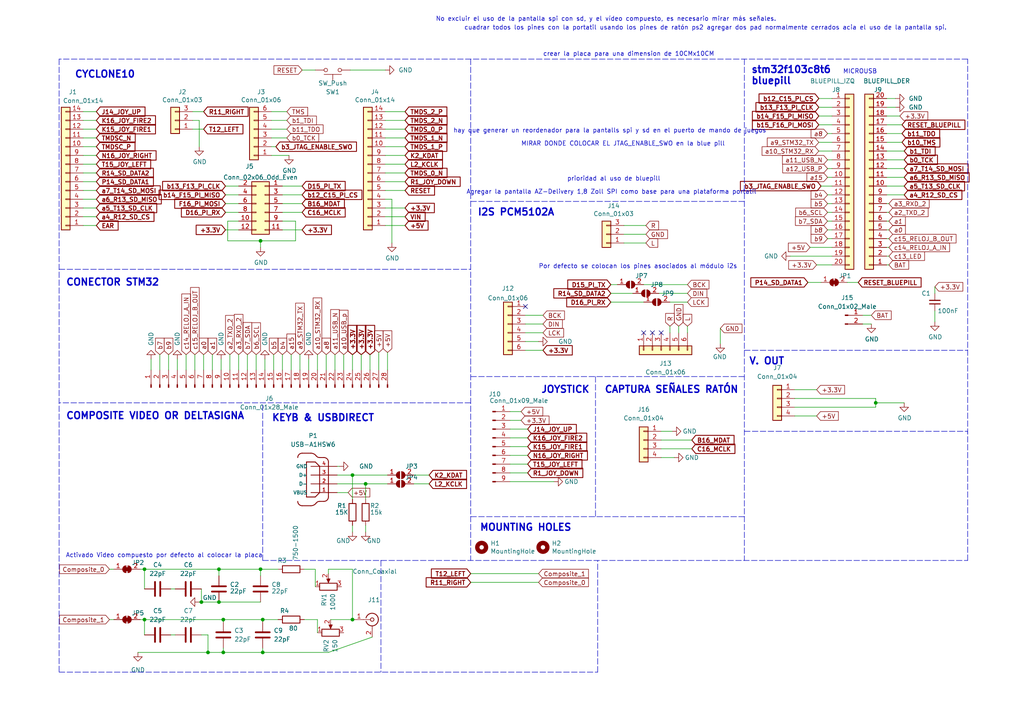
<source format=kicad_sch>
(kicad_sch (version 20211123) (generator eeschema)
  (paper "A4")
  (title_block (title "ESdUDO ROJO MULTICORE") (date "2023-06-16") (rev "Versión 0101") (company "- THE EXPERIMENT -") (comment 1 "By @Subcritical, @Nabateo, @agnuca & @Thesonders") (comment 2 "Multicore for ATLAS MINI \"LA ROJA\"") (comment 3 "License CERN OHL V2 STRICT:") (comment 4 "https://ohwr.org/cern_ohl_s_v2.txt"))
  (lib_symbols
    (symbol "Connector:Conn_01x02_Male" (pin_names (offset 1.016) hide)
      (property "Reference" "J" (at 0 2.54 0))
      (property "Value" "Conn_01x02_Male" (at 0 -5.08 0))
      (symbol "Conn_01x02_Male_1_1"
        (pin passive line (at 5.08 0 180) (length 3.81) (name "Pin_1") (number "1"))
        (pin passive line (at 5.08 -2.54 180) (length 3.81) (name "Pin_2") (number "2"))
      )
    )
    (symbol "Connector:Conn_01x09_Male" (pin_names (offset 1.016) hide)
      (property "Reference" "J" (at 0 12.7 0))
      (property "Value" "Conn_01x09_Male" (at 0 -12.7 0))
      (symbol "Conn_01x09_Male_1_1"
        (pin passive line (at 5.08 10.16 180) (length 3.81) (name "Pin_1") (number "1"))
        (pin passive line (at 5.08 7.62 180) (length 3.81) (name "Pin_2") (number "2"))
        (pin passive line (at 5.08 5.08 180) (length 3.81) (name "Pin_3") (number "3"))
        (pin passive line (at 5.08 2.54 180) (length 3.81) (name "Pin_4") (number "4"))
        (pin passive line (at 5.08 0 180) (length 3.81) (name "Pin_5") (number "5"))
        (pin passive line (at 5.08 -2.54 180) (length 3.81) (name "Pin_6") (number "6"))
        (pin passive line (at 5.08 -5.08 180) (length 3.81) (name "Pin_7") (number "7"))
        (pin passive line (at 5.08 -7.62 180) (length 3.81) (name "Pin_8") (number "8"))
        (pin passive line (at 5.08 -10.16 180) (length 3.81) (name "Pin_9") (number "9"))
      )
    )
    (symbol "Connector:Conn_01x28_Male" (pin_names (offset 1.016) hide)
      (property "Reference" "J" (at 0 35.56 0))
      (property "Value" "Conn_01x28_Male" (at 0 -38.1 0))
      (symbol "Conn_01x28_Male_1_1"
        (pin passive line (at 5.08 33.02 180) (length 3.81) (name "Pin_1") (number "1"))
        (pin passive line (at 5.08 10.16 180) (length 3.81) (name "Pin_10") (number "10"))
        (pin passive line (at 5.08 7.62 180) (length 3.81) (name "Pin_11") (number "11"))
        (pin passive line (at 5.08 5.08 180) (length 3.81) (name "Pin_12") (number "12"))
        (pin passive line (at 5.08 2.54 180) (length 3.81) (name "Pin_13") (number "13"))
        (pin passive line (at 5.08 0 180) (length 3.81) (name "Pin_14") (number "14"))
        (pin passive line (at 5.08 -2.54 180) (length 3.81) (name "Pin_15") (number "15"))
        (pin passive line (at 5.08 -5.08 180) (length 3.81) (name "Pin_16") (number "16"))
        (pin passive line (at 5.08 -7.62 180) (length 3.81) (name "Pin_17") (number "17"))
        (pin passive line (at 5.08 -10.16 180) (length 3.81) (name "Pin_18") (number "18"))
        (pin passive line (at 5.08 -12.7 180) (length 3.81) (name "Pin_19") (number "19"))
        (pin passive line (at 5.08 30.48 180) (length 3.81) (name "Pin_2") (number "2"))
        (pin passive line (at 5.08 -15.24 180) (length 3.81) (name "Pin_20") (number "20"))
        (pin passive line (at 5.08 -17.78 180) (length 3.81) (name "Pin_21") (number "21"))
        (pin passive line (at 5.08 -20.32 180) (length 3.81) (name "Pin_22") (number "22"))
        (pin passive line (at 5.08 -22.86 180) (length 3.81) (name "Pin_23") (number "23"))
        (pin passive line (at 5.08 -25.4 180) (length 3.81) (name "Pin_24") (number "24"))
        (pin passive line (at 5.08 -27.94 180) (length 3.81) (name "Pin_25") (number "25"))
        (pin passive line (at 5.08 -30.48 180) (length 3.81) (name "Pin_26") (number "26"))
        (pin passive line (at 5.08 -33.02 180) (length 3.81) (name "Pin_27") (number "27"))
        (pin passive line (at 5.08 -35.56 180) (length 3.81) (name "Pin_28") (number "28"))
        (pin passive line (at 5.08 27.94 180) (length 3.81) (name "Pin_3") (number "3"))
        (pin passive line (at 5.08 25.4 180) (length 3.81) (name "Pin_4") (number "4"))
        (pin passive line (at 5.08 22.86 180) (length 3.81) (name "Pin_5") (number "5"))
        (pin passive line (at 5.08 20.32 180) (length 3.81) (name "Pin_6") (number "6"))
        (pin passive line (at 5.08 17.78 180) (length 3.81) (name "Pin_7") (number "7"))
        (pin passive line (at 5.08 15.24 180) (length 3.81) (name "Pin_8") (number "8"))
        (pin passive line (at 5.08 12.7 180) (length 3.81) (name "Pin_9") (number "9"))
      )
    )
    (symbol "Connector:Conn_Coaxial" (pin_names (offset 1.016) hide)
      (property "Reference" "J" (at 0.254 3.048 0))
      (property "Value" "Conn_Coaxial" (at 2.921 0 90))
      (symbol "Conn_Coaxial_1_1"
        (pin passive line (at -5.08 0 0) (length 2.54) (name "In") (number "1"))
        (pin passive line (at 0 -5.08 90) (length 2.54) (name "Ext") (number "2"))
      )
    )
    (symbol "Connector_Generic:Conn_01x03" (pin_names (offset 1.016) hide)
      (property "Reference" "J" (at 0 5.08 0))
      (property "Value" "Conn_01x03" (at 0 -5.08 0))
      (symbol "Conn_01x03_1_1"
        (pin passive line (at -5.08 2.54 0) (length 3.81) (name "Pin_1") (number "1"))
        (pin passive line (at -5.08 0 0) (length 3.81) (name "Pin_2") (number "2"))
        (pin passive line (at -5.08 -2.54 0) (length 3.81) (name "Pin_3") (number "3"))
      )
    )
    (symbol "Connector_Generic:Conn_01x04" (pin_names (offset 1.016) hide)
      (property "Reference" "J" (at 0 5.08 0))
      (property "Value" "Conn_01x04" (at 0 -7.62 0))
      (symbol "Conn_01x04_1_1"
        (pin passive line (at -5.08 2.54 0) (length 3.81) (name "Pin_1") (number "1"))
        (pin passive line (at -5.08 0 0) (length 3.81) (name "Pin_2") (number "2"))
        (pin passive line (at -5.08 -2.54 0) (length 3.81) (name "Pin_3") (number "3"))
        (pin passive line (at -5.08 -5.08 0) (length 3.81) (name "Pin_4") (number "4"))
      )
    )
    (symbol "Connector_Generic:Conn_01x06" (pin_names (offset 1.016) hide)
      (property "Reference" "J" (at 0 7.62 0))
      (property "Value" "Conn_01x06" (at 0 -10.16 0))
      (symbol "Conn_01x06_1_1"
        (pin passive line (at -5.08 5.08 0) (length 3.81) (name "Pin_1") (number "1"))
        (pin passive line (at -5.08 2.54 0) (length 3.81) (name "Pin_2") (number "2"))
        (pin passive line (at -5.08 0 0) (length 3.81) (name "Pin_3") (number "3"))
        (pin passive line (at -5.08 -2.54 0) (length 3.81) (name "Pin_4") (number "4"))
        (pin passive line (at -5.08 -5.08 0) (length 3.81) (name "Pin_5") (number "5"))
        (pin passive line (at -5.08 -7.62 0) (length 3.81) (name "Pin_6") (number "6"))
      )
    )
    (symbol "Connector_Generic:Conn_01x14" (pin_names (offset 1.016) hide)
      (property "Reference" "J" (at 0 17.78 0))
      (property "Value" "Conn_01x14" (at 0 -20.32 0))
      (symbol "Conn_01x14_1_1"
        (pin passive line (at -5.08 15.24 0) (length 3.81) (name "Pin_1") (number "1"))
        (pin passive line (at -5.08 -7.62 0) (length 3.81) (name "Pin_10") (number "10"))
        (pin passive line (at -5.08 -10.16 0) (length 3.81) (name "Pin_11") (number "11"))
        (pin passive line (at -5.08 -12.7 0) (length 3.81) (name "Pin_12") (number "12"))
        (pin passive line (at -5.08 -15.24 0) (length 3.81) (name "Pin_13") (number "13"))
        (pin passive line (at -5.08 -17.78 0) (length 3.81) (name "Pin_14") (number "14"))
        (pin passive line (at -5.08 12.7 0) (length 3.81) (name "Pin_2") (number "2"))
        (pin passive line (at -5.08 10.16 0) (length 3.81) (name "Pin_3") (number "3"))
        (pin passive line (at -5.08 7.62 0) (length 3.81) (name "Pin_4") (number "4"))
        (pin passive line (at -5.08 5.08 0) (length 3.81) (name "Pin_5") (number "5"))
        (pin passive line (at -5.08 2.54 0) (length 3.81) (name "Pin_6") (number "6"))
        (pin passive line (at -5.08 0 0) (length 3.81) (name "Pin_7") (number "7"))
        (pin passive line (at -5.08 -2.54 0) (length 3.81) (name "Pin_8") (number "8"))
        (pin passive line (at -5.08 -5.08 0) (length 3.81) (name "Pin_9") (number "9"))
      )
    )
    (symbol "Connector_Generic:Conn_01x20" (pin_names (offset 1.016) hide)
      (property "Reference" "J" (at 0 25.4 0))
      (property "Value" "Conn_01x20" (at 0 -27.94 0))
      (symbol "Conn_01x20_1_1"
        (pin passive line (at -5.08 22.86 0) (length 3.81) (name "Pin_1") (number "1"))
        (pin passive line (at -5.08 0 0) (length 3.81) (name "Pin_10") (number "10"))
        (pin passive line (at -5.08 -2.54 0) (length 3.81) (name "Pin_11") (number "11"))
        (pin passive line (at -5.08 -5.08 0) (length 3.81) (name "Pin_12") (number "12"))
        (pin passive line (at -5.08 -7.62 0) (length 3.81) (name "Pin_13") (number "13"))
        (pin passive line (at -5.08 -10.16 0) (length 3.81) (name "Pin_14") (number "14"))
        (pin passive line (at -5.08 -12.7 0) (length 3.81) (name "Pin_15") (number "15"))
        (pin passive line (at -5.08 -15.24 0) (length 3.81) (name "Pin_16") (number "16"))
        (pin passive line (at -5.08 -17.78 0) (length 3.81) (name "Pin_17") (number "17"))
        (pin passive line (at -5.08 -20.32 0) (length 3.81) (name "Pin_18") (number "18"))
        (pin passive line (at -5.08 -22.86 0) (length 3.81) (name "Pin_19") (number "19"))
        (pin passive line (at -5.08 20.32 0) (length 3.81) (name "Pin_2") (number "2"))
        (pin passive line (at -5.08 -25.4 0) (length 3.81) (name "Pin_20") (number "20"))
        (pin passive line (at -5.08 17.78 0) (length 3.81) (name "Pin_3") (number "3"))
        (pin passive line (at -5.08 15.24 0) (length 3.81) (name "Pin_4") (number "4"))
        (pin passive line (at -5.08 12.7 0) (length 3.81) (name "Pin_5") (number "5"))
        (pin passive line (at -5.08 10.16 0) (length 3.81) (name "Pin_6") (number "6"))
        (pin passive line (at -5.08 7.62 0) (length 3.81) (name "Pin_7") (number "7"))
        (pin passive line (at -5.08 5.08 0) (length 3.81) (name "Pin_8") (number "8"))
        (pin passive line (at -5.08 2.54 0) (length 3.81) (name "Pin_9") (number "9"))
      )
    )
    (symbol "Connector_Generic:Conn_02x06_Odd_Even" (pin_names (offset 1.016) hide)
      (property "Reference" "J" (at 1.27 7.62 0))
      (property "Value" "Conn_02x06_Odd_Even" (at 1.27 -10.16 0))
      (symbol "Conn_02x06_Odd_Even_1_1"
        (pin passive line (at -5.08 5.08 0) (length 3.81) (name "Pin_1") (number "1"))
        (pin passive line (at 7.62 -5.08 180) (length 3.81) (name "Pin_10") (number "10"))
        (pin passive line (at -5.08 -7.62 0) (length 3.81) (name "Pin_11") (number "11"))
        (pin passive line (at 7.62 -7.62 180) (length 3.81) (name "Pin_12") (number "12"))
        (pin passive line (at 7.62 5.08 180) (length 3.81) (name "Pin_2") (number "2"))
        (pin passive line (at -5.08 2.54 0) (length 3.81) (name "Pin_3") (number "3"))
        (pin passive line (at 7.62 2.54 180) (length 3.81) (name "Pin_4") (number "4"))
        (pin passive line (at -5.08 0 0) (length 3.81) (name "Pin_5") (number "5"))
        (pin passive line (at 7.62 0 180) (length 3.81) (name "Pin_6") (number "6"))
        (pin passive line (at -5.08 -2.54 0) (length 3.81) (name "Pin_7") (number "7"))
        (pin passive line (at 7.62 -2.54 180) (length 3.81) (name "Pin_8") (number "8"))
        (pin passive line (at -5.08 -5.08 0) (length 3.81) (name "Pin_9") (number "9"))
      )
    )
    (symbol "Device:C" (pin_numbers hide) (pin_names (offset 0.254))
      (property "Reference" "C" (at 0.635 2.54 0))
      (property "Value" "C" (at 0.635 -2.54 0))
      (symbol "C_1_1"
        (pin passive line (at 0 3.81 270) (length 2.794) (name "~") (number "1"))
        (pin passive line (at 0 -3.81 90) (length 2.794) (name "~") (number "2"))
      )
    )
    (symbol "Device:C_Small" (pin_numbers hide) (pin_names (offset 0.254) hide)
      (property "Reference" "C" (at 0.254 1.778 0))
      (property "Value" "C_Small" (at 0.254 -2.032 0))
      (symbol "C_Small_1_1"
        (pin passive line (at 0 2.54 270) (length 2.032) (name "~") (number "1"))
        (pin passive line (at 0 -2.54 90) (length 2.032) (name "~") (number "2"))
      )
    )
    (symbol "Device:R" (pin_numbers hide) (pin_names (offset 0))
      (property "Reference" "R" (at 2.032 0 90))
      (property "Value" "R" (at 0 0 90))
      (symbol "R_1_1"
        (pin passive line (at 0 3.81 270) (length 1.27) (name "~") (number "1"))
        (pin passive line (at 0 -3.81 90) (length 1.27) (name "~") (number "2"))
      )
    )
    (symbol "Device:R_Potentiometer" (pin_names (offset 1.016) hide)
      (property "Reference" "RV" (at -4.445 0 90))
      (property "Value" "R_Potentiometer" (at -2.54 0 90))
      (symbol "R_Potentiometer_1_1"
        (pin passive line (at 0 3.81 270) (length 1.27) (name "1") (number "1"))
        (pin passive line (at 3.81 0 180) (length 1.27) (name "2") (number "2"))
        (pin passive line (at 0 -3.81 90) (length 1.27) (name "3") (number "3"))
      )
    )
    (symbol "Jumper:SolderJumper_2_Bridged" (pin_names (offset 0) hide)
      (property "Reference" "JP" (at 0 2.032 0))
      (property "Value" "SolderJumper_2_Bridged" (at 0 -2.54 0))
      (symbol "SolderJumper_2_Bridged_1_1"
        (pin passive line (at -3.81 0 0) (length 2.54) (name "A") (number "1"))
        (pin passive line (at 3.81 0 180) (length 2.54) (name "B") (number "2"))
      )
    )
    (symbol "Jumper:SolderJumper_2_Open" (pin_names (offset 0) hide)
      (property "Reference" "JP" (at 0 2.032 0))
      (property "Value" "SolderJumper_2_Open" (at 0 -2.54 0))
      (symbol "SolderJumper_2_Open_1_1"
        (pin passive line (at -3.81 0 0) (length 2.54) (name "A") (number "1"))
        (pin passive line (at 3.81 0 180) (length 2.54) (name "B") (number "2"))
      )
    )
    (symbol "LIBRERIA_SHIELD_STM32_USB_A:USB-A1HSW6" (pin_names (offset 1.016))
      (property "Reference" "P" (at -2.5418 11.438 0))
      (property "Value" "USB-A1HSW6" (at -2.5436 -10.1744 0))
      (symbol "USB-A1HSW6_0_0"
        (pin power_in line (at -5.08 5.08 0) (length 7.62) (name "VBUS") (number "1"))
        (pin bidirectional line (at -5.08 2.54 0) (length 7.62) (name "D-") (number "2"))
        (pin bidirectional line (at -5.08 0 0) (length 7.62) (name "D+") (number "3"))
        (pin power_in line (at -5.08 -2.54 0) (length 7.62) (name "GND") (number "4"))
      )
    )
    (symbol "Mechanical:MountingHole" (pin_names (offset 1.016))
      (property "Reference" "H" (at 0 5.08 0))
      (property "Value" "MountingHole" (at 0 3.175 0))
    )
    (symbol "Switch:SW_Push" (pin_numbers hide) (pin_names (offset 1.016) hide)
      (property "Reference" "SW" (at 1.27 2.54 0))
      (property "Value" "SW_Push" (at 0 -1.524 0))
      (symbol "SW_Push_0_1"
        (pin passive line (at -5.08 0 0) (length 2.54) (name "1") (number "1"))
        (pin passive line (at 5.08 0 180) (length 2.54) (name "2") (number "2"))
      )
    )
    (symbol "power:GND" (power) (pin_names (offset 0))
      (property "Value" "GND" (at 0 -3.81 0))
      (symbol "GND_1_1"
        (pin power_in line (at 0 0 270) (length 0) hide (name "GND") (number "1"))
      )
    )
  )
  (junction (at 102.235 137.795))
  (junction (at 76.2 179.705))
  (junction (at 254 116.84))
  (junction (at 75.565 165.1))
  (junction (at 75.565 69.85))
  (junction (at 63.5 174.625))
  (junction (at 41.91 165.1))
  (junction (at 63.5 165.1))
  (junction (at 106.045 140.335))
  (junction (at 64.77 189.23))
  (junction (at 64.77 179.705))
  (junction (at 102.235 179.705))
  (junction (at 60.325 189.23))
  (junction (at 76.2 189.23))
  (junction (at 41.91 179.705))
  (junction (at 58.42 174.625))
  (no_connect (at 186.69 96.52))
  (no_connect (at 191.77 96.52))
  (no_connect (at 189.23 96.52))
  (no_connect (at 152.4 88.9))
  (polyline (pts (xy 173.355 194.945) (xy 173.355 162.56)))
  (wire (pts (xy 66.04 64.135) (xy 66.04 69.85)))
  (wire (pts (xy 48.895 107.315) (xy 48.895 102.87)))
  (wire (pts (xy 257.81 61.595) (xy 257.175 61.595)))
  (wire (pts (xy 49.53 184.15) (xy 50.8 184.15)))
  (wire (pts (xy 86.995 107.315) (xy 86.995 102.87)))
  (wire (pts (xy 101.6 20.32) (xy 111.76 20.32)))
  (wire (pts (xy 194.31 87.63) (xy 199.39 87.63)))
  (wire (pts (xy 59.055 107.315) (xy 59.055 102.87)))
  (wire (pts (xy 111.76 37.465) (xy 117.475 37.465)))
  (polyline (pts (xy 280.67 17.145) (xy 17.145 17.145)))
  (wire (pts (xy 157.48 101.6) (xy 152.4 101.6)))
  (wire (pts (xy 58.42 174.625) (xy 63.5 174.625)))
  (wire (pts (xy 97.155 102.87) (xy 97.155 107.315)))
  (wire (pts (xy 208.915 99.695) (xy 208.915 95.25)))
  (wire (pts (xy 157.48 96.52) (xy 152.4 96.52)))
  (polyline (pts (xy 110.49 162.56) (xy 110.49 194.945)))
  (wire (pts (xy 111.76 65.405) (xy 117.475 65.405)))
  (wire (pts (xy 262.255 46.355) (xy 257.175 46.355)))
  (wire (pts (xy 240.03 56.515) (xy 241.3 56.515)))
  (wire (pts (xy 102.235 137.795) (xy 97.79 137.795)))
  (wire (pts (xy 120.015 140.335) (xy 124.46 140.335)))
  (wire (pts (xy 84.455 107.315) (xy 84.455 102.87)))
  (wire (pts (xy 94.615 102.87) (xy 94.615 107.315)))
  (wire (pts (xy 81.915 107.315) (xy 81.915 102.87)))
  (polyline (pts (xy 76.2 162.56) (xy 110.49 162.56)))
  (wire (pts (xy 64.77 179.705) (xy 76.2 179.705)))
  (wire (pts (xy 60.325 189.23) (xy 64.77 189.23)))
  (wire (pts (xy 40.005 189.23) (xy 60.325 189.23)))
  (wire (pts (xy 87.63 56.515) (xy 81.915 56.515)))
  (wire (pts (xy 61.595 107.315) (xy 61.595 102.87)))
  (wire (pts (xy 257.81 66.675) (xy 257.175 66.675)))
  (wire (pts (xy 24.13 32.385) (xy 27.94 32.385)))
  (wire (pts (xy 194.31 94.615) (xy 194.31 96.52)))
  (wire (pts (xy 252.73 91.44) (xy 250.19 91.44)))
  (wire (pts (xy 58.42 184.15) (xy 60.325 184.15)))
  (wire (pts (xy 98.425 135.255) (xy 97.79 135.255)))
  (wire (pts (xy 74.295 107.315) (xy 74.295 102.87)))
  (wire (pts (xy 69.215 59.055) (xy 65.405 59.055)))
  (polyline (pts (xy 172.72 109.22) (xy 172.72 149.86)))
  (wire (pts (xy 240.03 59.055) (xy 241.3 59.055)))
  (wire (pts (xy 187.325 70.485) (xy 180.975 70.485)))
  (wire (pts (xy 254 115.57) (xy 254 116.84)))
  (wire (pts (xy 240.03 51.435) (xy 241.3 51.435)))
  (wire (pts (xy 102.235 137.795) (xy 102.235 144.78)))
  (wire (pts (xy 76.2 179.705) (xy 80.645 179.705)))
  (wire (pts (xy 200.66 130.175) (xy 191.77 130.175)))
  (wire (pts (xy 111.76 55.245) (xy 117.475 55.245)))
  (wire (pts (xy 64.77 189.23) (xy 76.2 189.23)))
  (polyline (pts (xy 17.145 194.945) (xy 173.355 194.945)))
  (wire (pts (xy 237.49 43.815) (xy 241.3 43.815)))
  (wire (pts (xy 257.81 74.295) (xy 257.175 74.295)))
  (wire (pts (xy 254 116.84) (xy 262.255 116.84)))
  (wire (pts (xy 64.77 187.96) (xy 64.77 189.23)))
  (wire (pts (xy 41.91 165.1) (xy 41.91 170.815)))
  (wire (pts (xy 71.755 107.315) (xy 71.755 102.87)))
  (wire (pts (xy 106.045 140.335) (xy 112.395 140.335)))
  (wire (pts (xy 95.885 179.705) (xy 102.235 179.705)))
  (polyline (pts (xy 17.145 17.145) (xy 17.145 194.945)))
  (wire (pts (xy 271.145 83.185) (xy 271.145 85.09)))
  (wire (pts (xy 24.13 62.865) (xy 27.94 62.865)))
  (wire (pts (xy 63.5 174.625) (xy 75.565 174.625)))
  (wire (pts (xy 111.76 34.925) (xy 117.475 34.925)))
  (polyline (pts (xy 215.9 125.095) (xy 280.67 125.095)))
  (wire (pts (xy 24.13 45.085) (xy 27.94 45.085)))
  (wire (pts (xy 238.125 81.915) (xy 234.315 81.915)))
  (polyline (pts (xy 136.525 149.86) (xy 215.9 149.86)))
  (wire (pts (xy 78.74 34.925) (xy 83.185 34.925)))
  (wire (pts (xy 147.955 137.16) (xy 153.035 137.16)))
  (wire (pts (xy 236.855 76.835) (xy 241.3 76.835)))
  (wire (pts (xy 237.49 28.575) (xy 241.3 28.575)))
  (wire (pts (xy 41.91 165.1) (xy 63.5 165.1)))
  (wire (pts (xy 24.13 55.245) (xy 27.94 55.245)))
  (wire (pts (xy 111.76 40.005) (xy 117.475 40.005)))
  (wire (pts (xy 257.81 59.055) (xy 257.175 59.055)))
  (wire (pts (xy 257.175 71.755) (xy 257.81 71.755)))
  (wire (pts (xy 271.145 93.345) (xy 271.145 90.17)))
  (wire (pts (xy 262.255 56.515) (xy 257.175 56.515)))
  (wire (pts (xy 78.74 40.005) (xy 83.185 40.005)))
  (polyline (pts (xy 215.9 17.145) (xy 215.9 162.56)))
  (wire (pts (xy 69.215 64.135) (xy 66.04 64.135)))
  (wire (pts (xy 111.76 57.785) (xy 113.665 57.785)))
  (wire (pts (xy 252.73 93.98) (xy 250.19 93.98)))
  (wire (pts (xy 27.94 57.785) (xy 24.13 57.785)))
  (wire (pts (xy 111.76 60.325) (xy 117.475 60.325)))
  (wire (pts (xy 64.135 107.315) (xy 64.135 104.14)))
  (wire (pts (xy 81.915 66.675) (xy 87.63 66.675)))
  (wire (pts (xy 195.58 132.715) (xy 191.77 132.715)))
  (wire (pts (xy 177.165 87.63) (xy 186.69 87.63)))
  (wire (pts (xy 177.165 85.09) (xy 183.515 85.09)))
  (polyline (pts (xy 136.525 58.42) (xy 215.9 58.42)))
  (polyline (pts (xy 136.525 109.22) (xy 215.9 109.22)))
  (wire (pts (xy 102.235 102.87) (xy 102.235 107.315)))
  (wire (pts (xy 136.525 168.91) (xy 156.21 168.91)))
  (wire (pts (xy 27.94 60.325) (xy 24.13 60.325)))
  (wire (pts (xy 66.675 107.315) (xy 66.675 102.87)))
  (wire (pts (xy 248.92 81.915) (xy 245.745 81.915)))
  (wire (pts (xy 49.53 170.815) (xy 50.8 170.815)))
  (wire (pts (xy 147.955 129.54) (xy 153.035 129.54)))
  (wire (pts (xy 43.815 104.14) (xy 43.815 107.315)))
  (wire (pts (xy 24.13 50.165) (xy 27.94 50.165)))
  (polyline (pts (xy 110.49 162.56) (xy 280.67 162.56)))
  (wire (pts (xy 147.955 127) (xy 153.035 127)))
  (wire (pts (xy 254 118.11) (xy 230.505 118.11)))
  (wire (pts (xy 230.505 120.65) (xy 236.855 120.65)))
  (wire (pts (xy 24.13 42.545) (xy 27.94 42.545)))
  (wire (pts (xy 75.565 167.005) (xy 75.565 165.1)))
  (wire (pts (xy 57.785 174.625) (xy 58.42 174.625)))
  (wire (pts (xy 259.715 28.575) (xy 257.175 28.575)))
  (wire (pts (xy 107.95 184.785) (xy 95.25 189.23)))
  (wire (pts (xy 261.62 38.735) (xy 257.175 38.735)))
  (wire (pts (xy 24.13 34.925) (xy 27.94 34.925)))
  (wire (pts (xy 240.03 48.895) (xy 241.3 48.895)))
  (wire (pts (xy 111.76 32.385) (xy 117.475 32.385)))
  (wire (pts (xy 53.975 107.315) (xy 53.975 102.87)))
  (polyline (pts (xy 17.145 78.105) (xy 136.525 78.105)))
  (wire (pts (xy 196.85 94.615) (xy 196.85 96.52)))
  (wire (pts (xy 55.88 34.925) (xy 57.785 34.925)))
  (wire (pts (xy 262.255 53.975) (xy 257.175 53.975)))
  (wire (pts (xy 120.015 137.795) (xy 124.46 137.795)))
  (wire (pts (xy 87.63 61.595) (xy 81.915 61.595)))
  (wire (pts (xy 76.2 180.34) (xy 76.2 179.705)))
  (wire (pts (xy 187.325 67.945) (xy 180.975 67.945)))
  (wire (pts (xy 65.405 61.595) (xy 69.215 61.595)))
  (wire (pts (xy 262.255 51.435) (xy 257.175 51.435)))
  (wire (pts (xy 76.835 107.315) (xy 76.835 104.14)))
  (wire (pts (xy 260.985 33.655) (xy 257.175 33.655)))
  (wire (pts (xy 102.235 165.1) (xy 102.235 179.705)))
  (polyline (pts (xy 76.2 117.475) (xy 76.2 162.56)))
  (wire (pts (xy 76.2 189.23) (xy 95.25 189.23)))
  (wire (pts (xy 81.915 53.975) (xy 87.63 53.975)))
  (wire (pts (xy 55.88 37.465) (xy 59.055 37.465)))
  (wire (pts (xy 257.81 64.135) (xy 257.175 64.135)))
  (wire (pts (xy 92.075 179.705) (xy 88.265 179.705)))
  (wire (pts (xy 85.725 69.85) (xy 75.565 69.85)))
  (wire (pts (xy 69.215 53.975) (xy 65.405 53.975)))
  (wire (pts (xy 65.405 66.675) (xy 69.215 66.675)))
  (wire (pts (xy 237.49 31.115) (xy 241.3 31.115)))
  (wire (pts (xy 27.94 52.705) (xy 24.13 52.705)))
  (wire (pts (xy 79.375 107.315) (xy 79.375 102.87)))
  (wire (pts (xy 24.13 47.625) (xy 27.94 47.625)))
  (wire (pts (xy 262.255 48.895) (xy 257.175 48.895)))
  (wire (pts (xy 240.03 64.135) (xy 241.3 64.135)))
  (wire (pts (xy 78.74 32.385) (xy 83.185 32.385)))
  (wire (pts (xy 85.725 64.135) (xy 85.725 69.85)))
  (wire (pts (xy 87.63 20.32) (xy 91.44 20.32)))
  (wire (pts (xy 156.21 99.06) (xy 152.4 99.06)))
  (wire (pts (xy 240.03 46.355) (xy 241.3 46.355)))
  (wire (pts (xy 64.77 180.34) (xy 64.77 179.705)))
  (wire (pts (xy 24.13 40.005) (xy 27.94 40.005)))
  (wire (pts (xy 157.48 93.98) (xy 152.4 93.98)))
  (wire (pts (xy 257.81 76.835) (xy 257.175 76.835)))
  (wire (pts (xy 57.785 34.925) (xy 57.785 42.545)))
  (wire (pts (xy 254 116.84) (xy 254 118.11)))
  (wire (pts (xy 99.695 102.87) (xy 99.695 107.315)))
  (wire (pts (xy 191.135 85.09) (xy 199.39 85.09)))
  (wire (pts (xy 100.965 142.875) (xy 97.79 142.875)))
  (wire (pts (xy 240.03 66.675) (xy 241.3 66.675)))
  (wire (pts (xy 194.945 125.095) (xy 191.77 125.095)))
  (wire (pts (xy 58.42 170.815) (xy 58.42 174.625)))
  (wire (pts (xy 136.525 166.37) (xy 156.21 166.37)))
  (wire (pts (xy 237.49 41.275) (xy 241.3 41.275)))
  (wire (pts (xy 78.74 37.465) (xy 83.185 37.465)))
  (wire (pts (xy 75.565 69.85) (xy 75.565 71.755)))
  (wire (pts (xy 261.62 36.195) (xy 257.175 36.195)))
  (wire (pts (xy 117.475 62.865) (xy 111.76 62.865)))
  (wire (pts (xy 92.075 102.87) (xy 92.075 107.315)))
  (wire (pts (xy 55.88 32.385) (xy 59.055 32.385)))
  (wire (pts (xy 179.07 82.55) (xy 177.165 82.55)))
  (wire (pts (xy 262.255 43.815) (xy 257.175 43.815)))
  (wire (pts (xy 102.235 179.705) (xy 102.87 179.705)))
  (wire (pts (xy 102.235 137.795) (xy 112.395 137.795)))
  (wire (pts (xy 257.81 69.215) (xy 257.175 69.215)))
  (wire (pts (xy 63.5 165.1) (xy 75.565 165.1)))
  (polyline (pts (xy 136.525 116.84) (xy 17.145 116.84)))
  (wire (pts (xy 187.325 65.405) (xy 180.975 65.405)))
  (wire (pts (xy 229.235 74.295) (xy 241.3 74.295)))
  (wire (pts (xy 89.535 104.14) (xy 89.535 107.315)))
  (wire (pts (xy 237.49 33.655) (xy 241.3 33.655)))
  (wire (pts (xy 81.915 64.135) (xy 85.725 64.135)))
  (wire (pts (xy 111.76 47.625) (xy 117.475 47.625)))
  (wire (pts (xy 81.915 59.055) (xy 87.63 59.055)))
  (wire (pts (xy 112.395 102.235) (xy 112.395 107.315)))
  (wire (pts (xy 157.48 91.44) (xy 152.4 91.44)))
  (wire (pts (xy 238.125 53.975) (xy 241.3 53.975)))
  (wire (pts (xy 91.44 165.1) (xy 88.265 165.1)))
  (wire (pts (xy 240.03 69.215) (xy 241.3 69.215)))
  (wire (pts (xy 56.515 107.315) (xy 56.515 102.87)))
  (wire (pts (xy 95.25 166.37) (xy 95.25 165.1)))
  (wire (pts (xy 78.74 42.545) (xy 80.01 42.545)))
  (wire (pts (xy 40.64 165.1) (xy 41.91 165.1)))
  (wire (pts (xy 234.95 71.755) (xy 241.3 71.755)))
  (wire (pts (xy 111.76 50.165) (xy 117.475 50.165)))
  (wire (pts (xy 66.04 69.85) (xy 75.565 69.85)))
  (wire (pts (xy 63.5 165.1) (xy 63.5 167.005)))
  (wire (pts (xy 106.045 154.305) (xy 106.045 152.4)))
  (wire (pts (xy 104.775 102.87) (xy 104.775 107.315)))
  (wire (pts (xy 75.565 165.1) (xy 80.645 165.1)))
  (wire (pts (xy 186.69 82.55) (xy 199.39 82.55)))
  (wire (pts (xy 40.64 179.705) (xy 41.91 179.705)))
  (wire (pts (xy 109.855 102.235) (xy 109.855 107.315)))
  (wire (pts (xy 147.955 134.62) (xy 153.035 134.62)))
  (wire (pts (xy 46.355 107.315) (xy 46.355 102.87)))
  (wire (pts (xy 240.03 61.595) (xy 241.3 61.595)))
  (wire (pts (xy 24.13 65.405) (xy 27.94 65.405)))
  (polyline (pts (xy 136.525 17.145) (xy 136.525 162.56)))
  (wire (pts (xy 41.91 179.705) (xy 41.91 184.15)))
  (wire (pts (xy 69.215 107.315) (xy 69.215 102.87)))
  (wire (pts (xy 261.62 41.275) (xy 257.175 41.275)))
  (wire (pts (xy 78.74 45.085) (xy 83.82 45.085)))
  (wire (pts (xy 259.715 31.115) (xy 257.175 31.115)))
  (wire (pts (xy 147.955 124.46) (xy 153.035 124.46)))
  (wire (pts (xy 92.075 179.705) (xy 92.075 183.515)))
  (polyline (pts (xy 280.67 125.095) (xy 280.67 125.73)))
  (wire (pts (xy 31.75 179.705) (xy 33.02 179.705)))
  (wire (pts (xy 200.66 127.635) (xy 191.77 127.635)))
  (wire (pts (xy 151.13 121.92) (xy 147.955 121.92)))
  (wire (pts (xy 106.045 140.335) (xy 106.045 144.78)))
  (wire (pts (xy 65.405 56.515) (xy 69.215 56.515)))
  (wire (pts (xy 95.25 165.1) (xy 102.235 165.1)))
  (wire (pts (xy 33.02 165.1) (xy 31.75 165.1)))
  (polyline (pts (xy 280.67 162.56) (xy 280.67 17.145)))
  (wire (pts (xy 151.13 119.38) (xy 147.955 119.38)))
  (wire (pts (xy 113.665 57.785) (xy 113.665 70.485)))
  (wire (pts (xy 60.325 184.15) (xy 60.325 189.23)))
  (wire (pts (xy 199.39 94.615) (xy 199.39 96.52)))
  (wire (pts (xy 24.13 37.465) (xy 27.94 37.465)))
  (wire (pts (xy 91.44 165.1) (xy 91.44 170.18)))
  (wire (pts (xy 230.505 113.03) (xy 236.855 113.03)))
  (polyline (pts (xy 215.9 101.6) (xy 280.67 101.6)))
  (wire (pts (xy 111.76 52.705) (xy 117.475 52.705)))
  (wire (pts (xy 51.435 107.315) (xy 51.435 104.14)))
  (wire (pts (xy 240.03 38.735) (xy 241.3 38.735)))
  (wire (pts (xy 41.91 179.705) (xy 64.77 179.705)))
  (wire (pts (xy 107.315 102.87) (xy 107.315 107.315)))
  (wire (pts (xy 111.76 45.085) (xy 117.475 45.085)))
  (wire (pts (xy 102.235 154.305) (xy 102.235 152.4)))
  (wire (pts (xy 254 115.57) (xy 230.505 115.57)))
  (wire (pts (xy 160.655 139.7) (xy 147.955 139.7)))
  (wire (pts (xy 237.49 36.195) (xy 241.3 36.195)))
  (wire (pts (xy 147.955 132.08) (xy 153.035 132.08)))
  (wire (pts (xy 76.2 187.96) (xy 76.2 189.23)))
  (wire (pts (xy 111.76 42.545) (xy 117.475 42.545)))
  (wire (pts (xy 106.045 140.335) (xy 97.79 140.335)))
  (text "No excluir el uso de la pantalla spi con sd, y el vídeo compuesto, es necesario mirar más señales.\n" (at 126.365 6.35 0) (effects (font (size 1.27 1.27)) (justify left bottom)))
  (text "Por defecto se colocan los pines asociados al módulo i2s" (at 156.21 78.105 0) (effects (font (size 1.27 1.27)) (justify left bottom)))
  (text "hay que generar un reordenador para la pantalls spi y sd en el puerto de mando de juegos\n" (at 131.445 38.735 0) (effects (font (size 1.27 1.27)) (justify left bottom)))
  (text "prioridad al uso de bluepill" (at 164.465 52.705 0) (effects (font (size 1.27 1.27)) (justify left bottom)))
  (text "MICROUSB" (at 244.475 21.59 0) (effects (font (size 1.27 1.27)) (justify left bottom)))
  (text "stm32f103c8t6\nbluepill\n" (at 217.805 24.765 0) (effects (font (size 2.0066 2.0066) (thickness 0.4013) bold) (justify left bottom)))
  (text "I2S PCM5102A\n" (at 138.43 62.865 0) (effects (font (size 2.0066 2.0066) (thickness 0.4013) bold) (justify left bottom)))
  (text "CYCLONE10" (at 21.59 22.86 0) (effects (font (size 2.0066 2.0066) (thickness 0.4013) bold) (justify left bottom)))
  (text "KEYB & USBDIRECT\n\n" (at 78.74 125.73 0) (effects (font (size 2.0066 2.0066) (thickness 0.4013) bold) (justify left bottom)))
  (text "Agregar la pantalla AZ-Delivery 1,8 Zoll SPI como base para una plataforma portatil" (at 135.255 56.515 0) (effects (font (size 1.27 1.27)) (justify left bottom)))
  (text "V. OUT" (at 217.17 106.045 0) (effects (font (size 2.0066 2.0066) (thickness 0.4013) bold) (justify left bottom)))
  (text "crear la placa para una dimension de 10CMx10CM" (at 157.48 16.51 0) (effects (font (size 1.27 1.27)) (justify left bottom)))
  (text "COMPOSITE VIDEO OR DELTASIGNA" (at 19.05 121.92 0) (effects (font (size 2.0066 2.0066) (thickness 0.4013) bold) (justify left bottom)))
  (text "Activado Video compuesto por defecto al colocar la placa" (at 19.05 161.925 0) (effects (font (size 1.27 1.27)) (justify left bottom)))
  (text "CAPTURA SEÑALES RATÓN" (at 175.26 114.3 0) (effects (font (size 2.0066 2.0066) (thickness 0.4013) bold) (justify left bottom)))
  (text "MIRAR DONDE COLOCAR EL JTAG_ENABLE_SWO en la blue pill" (at 151.13 42.545 0) (effects (font (size 1.27 1.27)) (justify left bottom)))
  (text "MOUNTING HOLES" (at 139.065 154.305 0) (effects (font (size 2.0066 2.0066) (thickness 0.4013) bold) (justify left bottom)))
  (text "JOYSTICK\n" (at 156.845 114.3 0) (effects (font (size 2.0066 2.0066) (thickness 0.4013) bold) (justify left bottom)))
  (text "cuadrar todos los pines con la portatil usando los pines de ratón ps2 agregar dos pad normalmente cerrados acia el uso de la pantalla spi." (at 134.62 8.89 0) (effects (font (size 1.27 1.27)) (justify left bottom)))
  (text "CONECTOR STM32\n" (at 19.05 83.185 0) (effects (font (size 2.0066 2.0066) (thickness 0.4013) bold) (justify left bottom)))
  (global_label "LCK" (shape input) (at 199.39 87.63 0) (property "Intersheet References" "${INTERSHEET_REFS}" (effects hide)))
  (global_label "a6_R13_SD_MISO" (shape input) (at 262.255 51.435 0) (effects (font (thickness 0.254) bold)) (property "Intersheet References" "${INTERSHEET_REFS}" (effects hide)))
  (global_label "L" (shape input) (at 199.39 94.615 90) (property "Intersheet References" "${INTERSHEET_REFS}" (effects hide)))
  (global_label "BAT" (shape input) (at 257.81 76.835 0) (property "Intersheet References" "${INTERSHEET_REFS}" (effects hide)))
  (global_label "+3.3V" (shape input) (at 107.315 102.87 90) (effects (font (thickness 0.254) bold)) (property "Intersheet References" "${INTERSHEET_REFS}" (effects hide)))
  (global_label "L2_KCLK" (shape input) (at 117.475 47.625 0) (effects (font (thickness 0.254) bold)) (property "Intersheet References" "${INTERSHEET_REFS}" (effects hide)))
  (global_label "DIN" (shape input) (at 157.48 93.98 0) (property "Intersheet References" "${INTERSHEET_REFS}" (effects hide)))
  (global_label "a9_STM32_TX" (shape input) (at 237.49 41.275 180) (property "Intersheet References" "${INTERSHEET_REFS}" (effects hide)))
  (global_label "b11_TDO" (shape input) (at 261.62 38.735 0) (effects (font (thickness 0.254) bold)) (property "Intersheet References" "${INTERSHEET_REFS}" (effects hide)))
  (global_label "c14_RELOJ_A_IN" (shape input) (at 53.975 102.87 90) (property "Intersheet References" "${INTERSHEET_REFS}" (effects hide)))
  (global_label "T12_LEFT" (shape input) (at 59.055 37.465 0) (effects (font (thickness 0.254) bold)) (property "Intersheet References" "${INTERSHEET_REFS}" (effects hide)))
  (global_label "+5V" (shape input) (at 236.855 120.65 0) (property "Intersheet References" "${INTERSHEET_REFS}" (effects hide)))
  (global_label "b6_SCL" (shape input) (at 74.295 102.87 90) (property "Intersheet References" "${INTERSHEET_REFS}" (effects hide)))
  (global_label "K2_KDAT" (shape input) (at 117.475 45.085 0) (effects (font (thickness 0.254) bold)) (property "Intersheet References" "${INTERSHEET_REFS}" (effects hide)))
  (global_label "b11_TDO" (shape input) (at 83.185 37.465 0) (property "Intersheet References" "${INTERSHEET_REFS}" (effects hide)))
  (global_label "a11_USB_N" (shape input) (at 97.155 102.87 90) (property "Intersheet References" "${INTERSHEET_REFS}" (effects hide)))
  (global_label "a10_USB_p" (shape input) (at 99.695 102.87 90) (property "Intersheet References" "${INTERSHEET_REFS}" (effects hide)))
  (global_label "b7_SDA" (shape input) (at 240.03 64.135 180) (property "Intersheet References" "${INTERSHEET_REFS}" (effects hide)))
  (global_label "+5V" (shape input) (at 117.475 65.405 0) (effects (font (thickness 0.254) bold)) (property "Intersheet References" "${INTERSHEET_REFS}" (effects hide)))
  (global_label "a3_RXD_2" (shape input) (at 69.215 102.87 90) (property "Intersheet References" "${INTERSHEET_REFS}" (effects hide)))
  (global_label "b13_F13_PI_CLK" (shape input) (at 65.405 53.975 180) (effects (font (thickness 0.254) bold)) (property "Intersheet References" "${INTERSHEET_REFS}" (effects hide)))
  (global_label "a0" (shape input) (at 257.81 66.675 0) (effects (font italic)) (property "Intersheet References" "${INTERSHEET_REFS}" (effects hide)))
  (global_label "c15_RELOJ_B_OUT" (shape input) (at 56.515 102.87 90) (property "Intersheet References" "${INTERSHEET_REFS}" (effects hide)))
  (global_label "K15_JOY_FIRE1" (shape input) (at 27.94 37.465 0) (effects (font (thickness 0.254) bold)) (property "Intersheet References" "${INTERSHEET_REFS}" (effects hide)))
  (global_label "+5V" (shape input) (at 109.855 102.235 90) (property "Intersheet References" "${INTERSHEET_REFS}" (effects hide)))
  (global_label "TMDS_0_P" (shape input) (at 117.475 37.465 0) (effects (font (thickness 0.254) bold)) (property "Intersheet References" "${INTERSHEET_REFS}" (effects hide)))
  (global_label "a6_R13_SD_MISO" (shape input) (at 27.94 57.785 0) (effects (font (thickness 0.254) bold)) (property "Intersheet References" "${INTERSHEET_REFS}" (effects hide)))
  (global_label "Composite_0" (shape input) (at 31.75 165.1 180) (property "Intersheet References" "${INTERSHEET_REFS}" (effects hide)))
  (global_label "+3.3V" (shape input) (at 102.235 102.87 90) (effects (font (thickness 0.254) bold)) (property "Intersheet References" "${INTERSHEET_REFS}" (effects hide)))
  (global_label "P14_SD_DATA1" (shape input) (at 234.315 81.915 180) (effects (font (thickness 0.254) bold)) (property "Intersheet References" "${INTERSHEET_REFS}" (effects hide)))
  (global_label "b12_C15_PI_CS" (shape input) (at 237.49 28.575 180) (effects (font (thickness 0.254) bold)) (property "Intersheet References" "${INTERSHEET_REFS}" (effects hide)))
  (global_label "a3_RXD_2" (shape input) (at 257.81 59.055 0) (property "Intersheet References" "${INTERSHEET_REFS}" (effects hide)))
  (global_label "+3.3V" (shape input) (at 236.855 113.03 0) (property "Intersheet References" "${INTERSHEET_REFS}" (effects hide)))
  (global_label "RESET" (shape input) (at 87.63 20.32 180) (property "Intersheet References" "${INTERSHEET_REFS}" (effects hide)))
  (global_label "R1_JOY_DOWN" (shape input) (at 153.035 137.16 0) (effects (font (thickness 0.254) bold)) (property "Intersheet References" "${INTERSHEET_REFS}" (effects hide)))
  (global_label "TMDSC_N" (shape input) (at 27.94 40.005 0) (effects (font (thickness 0.254) bold)) (property "Intersheet References" "${INTERSHEET_REFS}" (effects hide)))
  (global_label "B16_MDAT" (shape input) (at 87.63 59.055 0) (effects (font (thickness 0.254) bold)) (property "Intersheet References" "${INTERSHEET_REFS}" (effects hide)))
  (global_label "K16_JOY_FIRE2" (shape input) (at 27.94 34.925 0) (effects (font (thickness 0.254) bold)) (property "Intersheet References" "${INTERSHEET_REFS}" (effects hide)))
  (global_label "T15_JOY_LEFT" (shape input) (at 153.035 134.62 0) (effects (font (thickness 0.254) bold)) (property "Intersheet References" "${INTERSHEET_REFS}" (effects hide)))
  (global_label "R11_RIGHT" (shape input) (at 59.055 32.385 0) (effects (font (thickness 0.254) bold)) (property "Intersheet References" "${INTERSHEET_REFS}" (effects hide)))
  (global_label "R14_SD_DATA2" (shape input) (at 177.165 85.09 180) (effects (font (thickness 0.254) bold)) (property "Intersheet References" "${INTERSHEET_REFS}" (effects hide)))
  (global_label "b0_TCK" (shape input) (at 262.255 46.355 0) (effects (font (thickness 0.254) bold)) (property "Intersheet References" "${INTERSHEET_REFS}" (effects hide)))
  (global_label "N16_JOY_RIGHT" (shape input) (at 153.035 132.08 0) (effects (font (thickness 0.254) bold)) (property "Intersheet References" "${INTERSHEET_REFS}" (effects hide)))
  (global_label "a10_STM32_RX" (shape input) (at 237.49 43.815 180) (property "Intersheet References" "${INTERSHEET_REFS}" (effects hide)))
  (global_label "+5V" (shape input) (at 234.95 71.755 180) (property "Intersheet References" "${INTERSHEET_REFS}" (effects hide)))
  (global_label "b14_F15_PI_MISO" (shape input) (at 237.49 33.655 180) (effects (font (thickness 0.254) bold)) (property "Intersheet References" "${INTERSHEET_REFS}" (effects hide)))
  (global_label "b3_JTAG_ENABLE_SWO" (shape input) (at 238.125 53.975 180) (effects (font (thickness 0.254) bold)) (property "Intersheet References" "${INTERSHEET_REFS}" (effects hide)))
  (global_label "a4_R12_SD_CS" (shape input) (at 27.94 62.865 0) (effects (font (thickness 0.254) bold)) (property "Intersheet References" "${INTERSHEET_REFS}" (effects hide)))
  (global_label "C16_MCLK" (shape input) (at 87.63 61.595 0) (effects (font (thickness 0.254) bold)) (property "Intersheet References" "${INTERSHEET_REFS}" (effects hide)))
  (global_label "a11_USB_N" (shape input) (at 240.03 46.355 180) (property "Intersheet References" "${INTERSHEET_REFS}" (effects hide)))
  (global_label "a2_TXD_2" (shape input) (at 257.81 61.595 0) (property "Intersheet References" "${INTERSHEET_REFS}" (effects hide)))
  (global_label "T15_JOY_LEFT" (shape input) (at 27.94 47.625 0) (effects (font (thickness 0.254) bold)) (property "Intersheet References" "${INTERSHEET_REFS}" (effects hide)))
  (global_label "b9" (shape input) (at 48.895 102.87 90) (property "Intersheet References" "${INTERSHEET_REFS}" (effects hide)))
  (global_label "C16_MCLK" (shape input) (at 200.66 130.175 0) (effects (font (thickness 0.254) bold)) (property "Intersheet References" "${INTERSHEET_REFS}" (effects hide)))
  (global_label "b7_SDA" (shape input) (at 71.755 102.87 90) (property "Intersheet References" "${INTERSHEET_REFS}" (effects hide)))
  (global_label "TMDS_0_N" (shape input) (at 117.475 50.165 0) (effects (font (thickness 0.254) bold)) (property "Intersheet References" "${INTERSHEET_REFS}" (effects hide)))
  (global_label "R11_RIGHT" (shape input) (at 136.525 168.91 180) (effects (font (thickness 0.254) bold)) (property "Intersheet References" "${INTERSHEET_REFS}" (effects hide)))
  (global_label "a1" (shape input) (at 257.81 64.135 0) (effects (font italic)) (property "Intersheet References" "${INTERSHEET_REFS}" (effects hide)))
  (global_label "K15_JOY_FIRE1" (shape input) (at 153.035 129.54 0) (effects (font (thickness 0.254) bold)) (property "Intersheet References" "${INTERSHEET_REFS}" (effects hide)))
  (global_label "+3.3V" (shape input) (at 271.145 83.185 0) (property "Intersheet References" "${INTERSHEET_REFS}" (effects hide)))
  (global_label "L" (shape input) (at 187.325 70.485 0) (property "Intersheet References" "${INTERSHEET_REFS}" (effects hide)))
  (global_label "a2_TXD_2" (shape input) (at 66.675 102.87 90) (property "Intersheet References" "${INTERSHEET_REFS}" (effects hide)))
  (global_label "b1_TDI" (shape input) (at 262.255 43.815 0) (effects (font (thickness 0.254) bold)) (property "Intersheet References" "${INTERSHEET_REFS}" (effects hide)))
  (global_label "a15" (shape input) (at 84.455 102.87 90) (property "Intersheet References" "${INTERSHEET_REFS}" (effects hide)))
  (global_label "a0" (shape input) (at 59.055 102.87 90) (property "Intersheet References" "${INTERSHEET_REFS}" (effects hide)))
  (global_label "b15_F16_PI_MOSI" (shape input) (at 237.49 36.195 180) (effects (font (thickness 0.254) bold)) (property "Intersheet References" "${INTERSHEET_REFS}" (effects hide)))
  (global_label "K16_JOY_FIRE2" (shape input) (at 153.035 127 0) (effects (font (thickness 0.254) bold)) (property "Intersheet References" "${INTERSHEET_REFS}" (effects hide)))
  (global_label "BCK" (shape input) (at 157.48 91.44 0) (property "Intersheet References" "${INTERSHEET_REFS}" (effects hide)))
  (global_label "BCK" (shape input) (at 199.39 82.55 0) (property "Intersheet References" "${INTERSHEET_REFS}" (effects hide)))
  (global_label "b9" (shape input) (at 240.03 69.215 180) (effects (font italic)) (property "Intersheet References" "${INTERSHEET_REFS}" (effects hide)))
  (global_label "a9_STM32_TX" (shape input) (at 86.995 102.87 90) (property "Intersheet References" "${INTERSHEET_REFS}" (effects hide)))
  (global_label "b14_F15_PI_MISO" (shape input) (at 65.405 56.515 180) (effects (font (thickness 0.254) bold)) (property "Intersheet References" "${INTERSHEET_REFS}" (effects hide)))
  (global_label "RESET" (shape input) (at 117.475 55.245 0) (effects (font (thickness 0.254) bold)) (property "Intersheet References" "${INTERSHEET_REFS}" (effects hide)))
  (global_label "TMS" (shape input) (at 83.185 32.385 0) (property "Intersheet References" "${INTERSHEET_REFS}" (effects hide)))
  (global_label "a5_T13_SD_CLK" (shape input) (at 27.94 60.325 0) (effects (font (thickness 0.254) bold)) (property "Intersheet References" "${INTERSHEET_REFS}" (effects hide)))
  (global_label "K2_KDAT" (shape input) (at 124.46 137.795 0) (effects (font (thickness 0.254) bold)) (property "Intersheet References" "${INTERSHEET_REFS}" (effects hide)))
  (global_label "R1_JOY_DOWN" (shape input) (at 117.475 52.705 0) (effects (font (thickness 0.254) bold)) (property "Intersheet References" "${INTERSHEET_REFS}" (effects hide)))
  (global_label "B16_MDAT" (shape input) (at 200.66 127.635 0) (effects (font (thickness 0.254) bold)) (property "Intersheet References" "${INTERSHEET_REFS}" (effects hide)))
  (global_label "a10_STM32_RX" (shape input) (at 92.075 102.87 90) (property "Intersheet References" "${INTERSHEET_REFS}" (effects hide)))
  (global_label "a15" (shape input) (at 240.03 51.435 180) (effects (font italic)) (property "Intersheet References" "${INTERSHEET_REFS}" (effects hide)))
  (global_label "TMDS_1_P" (shape input) (at 117.475 42.545 0) (effects (font (thickness 0.254) bold)) (property "Intersheet References" "${INTERSHEET_REFS}" (effects hide)))
  (global_label "b13_F13_PI_CLK" (shape input) (at 237.49 31.115 180) (effects (font (thickness 0.254) bold)) (property "Intersheet References" "${INTERSHEET_REFS}" (effects hide)))
  (global_label "a12_USB_P" (shape input) (at 240.03 48.895 180) (property "Intersheet References" "${INTERSHEET_REFS}" (effects hide)))
  (global_label "b4" (shape input) (at 81.915 102.87 90) (property "Intersheet References" "${INTERSHEET_REFS}" (effects hide)))
  (global_label "c13_LED" (shape input) (at 257.81 74.295 0) (property "Intersheet References" "${INTERSHEET_REFS}" (effects hide)))
  (global_label "a7_T14_SD_MOSI" (shape input) (at 27.94 55.245 0) (effects (font (thickness 0.254) bold)) (property "Intersheet References" "${INTERSHEET_REFS}" (effects hide)))
  (global_label "R" (shape input) (at 194.31 94.615 90) (property "Intersheet References" "${INTERSHEET_REFS}" (effects hide)))
  (global_label "+5V" (shape input) (at 151.13 119.38 0) (property "Intersheet References" "${INTERSHEET_REFS}" (effects hide)))
  (global_label "+3.3V" (shape input) (at 87.63 66.675 0) (effects (font (thickness 0.254) bold)) (property "Intersheet References" "${INTERSHEET_REFS}" (effects hide)))
  (global_label "+3.3V" (shape input) (at 65.405 66.675 180) (effects (font (thickness 0.254) bold)) (property "Intersheet References" "${INTERSHEET_REFS}" (effects hide)))
  (global_label "b4" (shape input) (at 240.03 56.515 180) (effects (font italic)) (property "Intersheet References" "${INTERSHEET_REFS}" (effects hide)))
  (global_label "a1" (shape input) (at 61.595 102.87 90) (property "Intersheet References" "${INTERSHEET_REFS}" (effects hide)))
  (global_label "P14_SD_DATA1" (shape input) (at 27.94 52.705 0) (effects (font (thickness 0.254) bold)) (property "Intersheet References" "${INTERSHEET_REFS}" (effects hide)))
  (global_label "a8" (shape input) (at 94.615 102.87 90) (property "Intersheet References" "${INTERSHEET_REFS}" (effects hide)))
  (global_label "b10_TMS" (shape input) (at 261.62 41.275 0) (effects (font (thickness 0.254) bold)) (property "Intersheet References" "${INTERSHEET_REFS}" (effects hide)))
  (global_label "D16_PI_RX" (shape input) (at 177.165 87.63 180) (effects (font (thickness 0.254) bold)) (property "Intersheet References" "${INTERSHEET_REFS}" (effects hide)))
  (global_label "+3.3V" (shape input) (at 260.985 33.655 0) (property "Intersheet References" "${INTERSHEET_REFS}" (effects hide)))
  (global_label "R" (shape input) (at 187.325 65.405 0) (property "Intersheet References" "${INTERSHEET_REFS}" (effects hide)))
  (global_label "D15_PI_TX" (shape input) (at 87.63 53.975 0) (effects (font (thickness 0.254) bold)) (property "Intersheet References" "${INTERSHEET_REFS}" (effects hide)))
  (global_label "J14_JOY_UP" (shape input) (at 153.035 124.46 0) (effects (font (thickness 0.254) bold)) (property "Intersheet References" "${INTERSHEET_REFS}" (effects hide)))
  (global_label "T12_LEFT" (shape input) (at 136.525 166.37 180) (effects (font (thickness 0.254) bold)) (property "Intersheet References" "${INTERSHEET_REFS}" (effects hide)))
  (global_label "N16_JOY_RIGHT" (shape input) (at 27.94 45.085 0) (effects (font (thickness 0.254) bold)) (property "Intersheet References" "${INTERSHEET_REFS}" (effects hide)))
  (global_label "LCK" (shape input) (at 157.48 96.52 0) (property "Intersheet References" "${INTERSHEET_REFS}" (effects hide)))
  (global_label "TMDS_1_N" (shape input) (at 117.475 40.005 0) (effects (font (thickness 0.254) bold)) (property "Intersheet References" "${INTERSHEET_REFS}" (effects hide)))
  (global_label "+3.3V" (shape input) (at 151.13 121.92 0) (property "Intersheet References" "${INTERSHEET_REFS}" (effects hide)))
  (global_label "b5" (shape input) (at 240.03 59.055 180) (effects (font italic)) (property "Intersheet References" "${INTERSHEET_REFS}" (effects hide)))
  (global_label "GND" (shape input) (at 196.85 94.615 90) (property "Intersheet References" "${INTERSHEET_REFS}" (effects hide)))
  (global_label "GND" (shape input) (at 187.325 67.945 0) (property "Intersheet References" "${INTERSHEET_REFS}" (effects hide)))
  (global_label "RESET_BLUEPILL" (shape input) (at 248.92 81.915 0) (effects (font (thickness 0.254) bold)) (property "Intersheet References" "${INTERSHEET_REFS}" (effects hide)))
  (global_label "L2_KCLK" (shape input) (at 124.46 140.335 0) (effects (font (thickness 0.254) bold)) (property "Intersheet References" "${INTERSHEET_REFS}" (effects hide)))
  (global_label "+3.3V" (shape input) (at 236.855 76.835 180) (property "Intersheet References" "${INTERSHEET_REFS}" (effects hide)))
  (global_label "TMDS_2_N" (shape input) (at 117.475 34.925 0) (effects (font (thickness 0.254) bold)) (property "Intersheet References" "${INTERSHEET_REFS}" (effects hide)))
  (global_label "Composite_0" (shape input) (at 156.21 168.91 0) (property "Intersheet References" "${INTERSHEET_REFS}" (effects hide)))
  (global_label "b1_TDI" (shape input) (at 83.185 34.925 0) (property "Intersheet References" "${INTERSHEET_REFS}" (effects hide)))
  (global_label "b3_JTAG_ENABLE_SWO" (shape input) (at 80.01 42.545 0) (effects (font (thickness 0.254) bold)) (property "Intersheet References" "${INTERSHEET_REFS}" (effects hide)))
  (global_label "EAR" (shape input) (at 27.94 65.405 0) (effects (font (thickness 0.254) bold)) (property "Intersheet References" "${INTERSHEET_REFS}" (effects hide)))
  (global_label "VIN" (shape input) (at 117.475 62.865 0) (effects (font (thickness 0.254) bold)) (property "Intersheet References" "${INTERSHEET_REFS}" (effects hide)))
  (global_label "a4_R12_SD_CS" (shape input) (at 262.255 56.515 0) (effects (font (thickness 0.254) bold)) (property "Intersheet References" "${INTERSHEET_REFS}" (effects hide)))
  (global_label "TMDSC_P" (shape input) (at 27.94 42.545 0) (effects (font (thickness 0.254) bold)) (property "Intersheet References" "${INTERSHEET_REFS}" (effects hide)))
  (global_label "J14_JOY_UP" (shape input) (at 27.94 32.385 0) (effects (font (thickness 0.254) bold)) (property "Intersheet References" "${INTERSHEET_REFS}" (effects hide)))
  (global_label "F16_PI_MOSI" (shape input) (at 65.405 59.055 180) (effects (font (thickness 0.254) bold)) (property "Intersheet References" "${INTERSHEET_REFS}" (effects hide)))
  (global_label "+5V" (shape input) (at 100.965 142.875 0) (property "Intersheet References" "${INTERSHEET_REFS}" (effects hide)))
  (global_label "DIN" (shape input) (at 199.39 85.09 0) (property "Intersheet References" "${INTERSHEET_REFS}" (effects hide)))
  (global_label "+5V" (shape input) (at 112.395 102.235 90) (property "Intersheet References" "${INTERSHEET_REFS}" (effects hide)))
  (global_label "D16_PI_RX" (shape input) (at 65.405 61.595 180) (effects (font (thickness 0.254) bold)) (property "Intersheet References" "${INTERSHEET_REFS}" (effects hide)))
  (global_label "+3.3V" (shape input) (at 117.475 60.325 0) (effects (font (thickness 0.254) bold)) (property "Intersheet References" "${INTERSHEET_REFS}" (effects hide)))
  (global_label "Composite_1" (shape input) (at 31.75 179.705 180) (property "Intersheet References" "${INTERSHEET_REFS}" (effects hide)))
  (global_label "c15_RELOJ_B_OUT" (shape input) (at 257.81 69.215 0) (property "Intersheet References" "${INTERSHEET_REFS}" (effects hide)))
  (global_label "D15_PI_TX" (shape input) (at 177.165 82.55 180) (effects (font (thickness 0.254) bold)) (property "Intersheet References" "${INTERSHEET_REFS}" (effects hide)))
  (global_label "GND" (shape input) (at 208.915 95.25 0) (property "Intersheet References" "${INTERSHEET_REFS}" (effects hide)))
  (global_label "Composite_1" (shape input) (at 156.21 166.37 0) (property "Intersheet References" "${INTERSHEET_REFS}" (effects hide)))
  (global_label "R14_SD_DATA2" (shape input) (at 27.94 50.165 0) (effects (font (thickness 0.254) bold)) (property "Intersheet References" "${INTERSHEET_REFS}" (effects hide)))
  (global_label "RESET_BLUEPILL" (shape input) (at 261.62 36.195 0) (effects (font (thickness 0.254) bold)) (property "Intersheet References" "${INTERSHEET_REFS}" (effects hide)))
  (global_label "+3.3V" (shape input) (at 104.775 102.87 90) (effects (font (thickness 0.254) bold)) (property "Intersheet References" "${INTERSHEET_REFS}" (effects hide)))
  (global_label "b8" (shape input) (at 240.03 66.675 180) (effects (font italic)) (property "Intersheet References" "${INTERSHEET_REFS}" (effects hide)))
  (global_label "a5_T13_SD_CLK" (shape input) (at 262.255 53.975 0) (effects (font (thickness 0.254) bold)) (property "Intersheet References" "${INTERSHEET_REFS}" (effects hide)))
  (global_label "a8" (shape input) (at 240.03 38.735 180) (effects (font italic)) (property "Intersheet References" "${INTERSHEET_REFS}" (effects hide)))
  (global_label "b12_C15_PI_CS" (shape input) (at 87.63 56.515 0) (effects (font (thickness 0.254) bold)) (property "Intersheet References" "${INTERSHEET_REFS}" (effects hide)))
  (global_label "b6_SCL" (shape input) (at 240.03 61.595 180) (property "Intersheet References" "${INTERSHEET_REFS}" (effects hide)))
  (global_label "TMDS_2_P" (shape input) (at 117.475 32.385 0) (effects (font (thickness 0.254) bold)) (property "Intersheet References" "${INTERSHEET_REFS}" (effects hide)))
  (global_label "c14_RELOJ_A_IN" (shape input) (at 257.81 71.755 0) (property "Intersheet References" "${INTERSHEET_REFS}" (effects hide)))
  (global_label "BAT" (shape input) (at 252.73 91.44 0) (property "Intersheet References" "${INTERSHEET_REFS}" (effects hide)))
  (global_label "a7_T14_SD_MOSI" (shape input) (at 262.255 48.895 0) (effects (font (thickness 0.254) bold)) (property "Intersheet References" "${INTERSHEET_REFS}" (effects hide)))
  (global_label "b5" (shape input) (at 79.375 102.87 90) (property "Intersheet References" "${INTERSHEET_REFS}" (effects hide)))
  (global_label "b0_TCK" (shape input) (at 83.185 40.005 0) (property "Intersheet References" "${INTERSHEET_REFS}" (effects hide)))
  (global_label "+3.3V" (shape input) (at 157.48 101.6 0) (effects (font (thickness 0.254) bold)) (property "Intersheet References" "${INTERSHEET_REFS}" (effects hide)))
  (global_label "b7" (shape input) (at 46.355 102.87 90) (property "Intersheet References" "${INTERSHEET_REFS}" (effects hide)))
  (symbol (lib_id "power:GND") (at 271.145 93.345 0) (unit 1)
    (property "Reference" "#PWR08" (effects hide))
    (property "Value" "GND" (at 271.272 97.7392 0))
  )
  (symbol (lib_id "Connector_Generic:Conn_01x14") (at 106.68 50.165 180) (unit 1)
    (property "Reference" "J4" (at 108.7628 26.67 0))
    (property "Value" "Conn_01x14" (at 108.7628 28.9814 0))
    (property "Footprint" "Connector_PinSocket_2.54mm:PinSocket_1x14_P2.54mm_Vertical" (effects hide))
  )
  (symbol (lib_id "Connector_Generic:Conn_01x06") (at 73.66 40.005 180) (unit 1)
    (property "Reference" "J3" (at 75.7428 26.67 0))
    (property "Value" "Conn_01x06" (at 75.7428 28.9814 0))
    (property "Footprint" "Connector_PinSocket_2.54mm:PinSocket_1x06_P2.54mm_Vertical" (effects hide))
  )
  (symbol (lib_id "power:GND") (at 57.785 42.545 0) (unit 1)
    (property "Reference" "#PWR0101" (effects hide))
    (property "Value" "GND" (at 57.912 46.9392 0))
  )
  (symbol (lib_id "power:GND") (at 83.82 45.085 0) (unit 1)
    (property "Reference" "#PWR0102" (effects hide))
    (property "Value" "GND" (at 83.947 49.4792 0))
  )
  (symbol (lib_id "power:GND") (at 113.665 70.485 0) (unit 1)
    (property "Reference" "#PWR0103" (effects hide))
    (property "Value" "GND" (at 113.792 74.8792 0))
  )
  (symbol (lib_id "Device:C_Small") (at 271.145 87.63 180) (unit 1)
    (property "Reference" "C1" (at 268.605 85.09 0))
    (property "Value" "100nF" (at 274.955 90.17 0))
    (property "Footprint" "Capacitor_THT:CP_Radial_D6.3mm_P2.50mm" (effects hide))
  )
  (symbol (lib_id "power:GND") (at 75.565 71.755 0) (unit 1)
    (property "Reference" "#PWR0104" (effects hide))
    (property "Value" "GND" (at 75.692 76.1492 0))
  )
  (symbol (lib_id "Connector_Generic:Conn_01x14") (at 19.05 50.165 180) (unit 1)
    (property "Reference" "J1" (at 21.1328 26.67 0))
    (property "Value" "Conn_01x14" (at 24.13 29.21 0))
    (property "Footprint" "Connector_PinSocket_2.54mm:PinSocket_1x14_P2.54mm_Vertical" (effects hide))
  )
  (symbol (lib_id "Connector_Generic:Conn_01x03") (at 50.8 34.925 180) (unit 1)
    (property "Reference" "J2" (at 52.8828 26.67 0))
    (property "Value" "Conn_01x03" (at 52.8828 28.9814 0))
    (property "Footprint" "Connector_PinSocket_2.54mm:PinSocket_1x03_P2.54mm_Vertical" (effects hide))
  )
  (symbol (lib_id "Mechanical:MountingHole") (at 157.48 158.75 0) (unit 1)
    (property "Reference" "H2" (at 160.02 157.5816 0) (effects (justify left)))
    (property "Value" "MountingHole" (at 160.02 159.893 0) (effects (justify left)))
    (property "Footprint" "MountingHole:MountingHole_3.2mm_M3" (effects hide))
  )
  (symbol (lib_id "Mechanical:MountingHole") (at 139.7 158.75 0) (unit 1)
    (property "Reference" "H1" (at 142.24 157.5816 0) (effects (justify left)))
    (property "Value" "MountingHole" (at 142.24 159.893 0) (effects (justify left)))
    (property "Footprint" "MountingHole:MountingHole_3.2mm_M3" (effects hide))
  )
  (symbol (lib_id "Jumper:SolderJumper_2_Open") (at 116.205 140.335 0) (unit 1)
    (property "Reference" "JP4" (at 119.38 138.43 0))
    (property "Value" "SolderJumper_2_Open" (effects hide))
    (property "Footprint" "Jumper:SolderJumper-2_P1.3mm_Open_RoundedPad1.0x1.5mm" (effects hide))
  )
  (symbol (lib_id "power:GND") (at 64.135 104.14 180) (unit 1)
    (property "Reference" "#PWR0116" (effects hide))
    (property "Value" "GND" (at 64.1349 100.33 90) (effects (justify right)))
  )
  (symbol (lib_id "power:GND") (at 106.045 154.305 0) (unit 1)
    (property "Reference" "#PWR03" (effects hide))
    (property "Value" "GND" (at 110.49 156.845 0) (effects (justify right)))
  )
  (symbol (lib_id "power:GND") (at 43.815 104.14 180) (unit 1)
    (property "Reference" "#PWR0106" (effects hide))
    (property "Value" "GND" (at 43.8149 100.33 90) (effects (justify right)))
  )
  (symbol (lib_id "power:GND") (at 229.235 74.295 270) (unit 1)
    (property "Reference" "#PWR0109" (effects hide))
    (property "Value" "GND" (at 221.615 74.295 90) (effects (justify left)))
  )
  (symbol (lib_id "Jumper:SolderJumper_2_Bridged") (at 36.83 165.1 0) (unit 1)
    (property "Reference" "JP2" (at 40.005 163.195 0))
    (property "Value" "SolderJumper_2_Bridged" (effects hide))
    (property "Footprint" "Jumper:SolderJumper-2_P1.3mm_Bridged2Bar_RoundedPad1.0x1.5mm" (effects hide))
  )
  (symbol (lib_id "power:GND") (at 40.005 189.23 0) (unit 1)
    (property "Reference" "#PWR0112" (effects hide))
    (property "Value" "GND" (at 40.005 194.31 0))
  )
  (symbol (lib_id "Device:C") (at 76.2 184.15 0) (unit 1)
    (property "Reference" "C9" (at 79.375 182.8799 0) (effects (justify left)))
    (property "Value" "22pF" (at 79.375 185.4199 0) (effects (justify left)))
    (property "Footprint" "Capacitor_THT:CP_Radial_Tantal_D4.5mm_P2.50mm" (effects hide))
  )
  (symbol (lib_id "Connector_Generic:Conn_01x06") (at 147.32 93.98 0) (mirror y) (unit 1)
    (property "Reference" "J12" (at 147.32 83.6635 0))
    (property "Value" "Conn_01x06" (at 147.32 86.4386 0))
    (property "Footprint" "Connector_PinHeader_2.54mm:PinHeader_1x06_P2.54mm_Vertical" (effects hide))
  )
  (symbol (lib_id "Device:R") (at 84.455 179.705 90) (unit 1)
    (property "Reference" "R4" (at 82.55 177.165 90))
    (property "Value" "80" (at 85.09 182.245 90))
    (property "Footprint" "Resistor_THT:R_Axial_DIN0309_L9.0mm_D3.2mm_P2.54mm_Vertical" (effects hide))
  )
  (symbol (lib_id "Connector_Generic:Conn_01x04") (at 225.425 115.57 0) (mirror y) (unit 1)
    (property "Reference" "J7" (at 225.425 106.68 0))
    (property "Value" "Conn_01x04" (at 225.425 109.22 0))
    (property "Footprint" "Connector_PinHeader_2.54mm:PinHeader_1x04_P2.54mm_Vertical" (effects hide))
  )
  (symbol (lib_id "power:GND") (at 194.945 125.095 90) (unit 1)
    (property "Reference" "#PWR07" (effects hide))
    (property "Value" "GND" (at 200.025 125.095 90))
  )
  (symbol (lib_id "Device:R_Potentiometer") (at 95.25 170.18 90) (unit 1)
    (property "Reference" "RV1" (at 93.9799 172.085 0) (effects (justify right)))
    (property "Value" "1000" (at 96.5199 172.085 0) (effects (justify right)))
    (property "Footprint" "Potentiometer_THT:Potentiometer_Bourns_3339H_Vertical" (effects hide))
  )
  (symbol (lib_id "Jumper:SolderJumper_2_Bridged") (at 36.83 179.705 0) (unit 1)
    (property "Reference" "JP5" (at 40.005 177.8 0))
    (property "Value" "SolderJumper_2_Bridged" (effects hide))
    (property "Footprint" "Jumper:SolderJumper-2_P1.3mm_Bridged2Bar_RoundedPad1.0x1.5mm" (effects hide))
  )
  (symbol (lib_id "Device:C") (at 64.77 184.15 0) (unit 1)
    (property "Reference" "C3" (at 67.945 182.8799 0) (effects (justify left)))
    (property "Value" "22pF" (at 67.945 185.4199 0) (effects (justify left)))
    (property "Footprint" "Capacitor_THT:CP_Radial_Tantal_D4.5mm_P2.50mm" (effects hide))
  )
  (symbol (lib_id "Device:R") (at 102.235 148.59 0) (unit 1)
    (property "Reference" "R1" (at 97.79 146.685 0) (effects (justify left)))
    (property "Value" "15K" (at 97.155 148.59 0) (effects (justify left)))
    (property "Footprint" "Resistor_THT:R_Axial_DIN0309_L9.0mm_D3.2mm_P2.54mm_Vertical" (effects hide))
  )
  (symbol (lib_id "power:GND") (at 195.58 132.715 90) (unit 1)
    (property "Reference" "#PWR09" (effects hide))
    (property "Value" "GND" (at 200.66 132.715 90))
  )
  (symbol (lib_id "power:GND") (at 252.73 93.98 0) (unit 1)
    (property "Reference" "#PWR06" (effects hide))
    (property "Value" "GND" (at 252.857 98.3742 0))
  )
  (symbol (lib_id "Connector:Conn_01x02_Male") (at 245.11 91.44 0) (unit 1)
    (property "Reference" "J15" (at 245.745 86.36 0))
    (property "Value" "Conn_01x02_Male" (at 245.745 88.9 0))
    (property "Footprint" "Connector_PinSocket_2.54mm:PinSocket_1x02_P2.54mm_Horizontal" (effects hide))
  )
  (symbol (lib_id "Connector:Conn_Coaxial") (at 107.95 179.705 0) (unit 1)
    (property "Reference" "J11" (at 106.68 173.99 0) (effects (justify left)))
    (property "Value" "Conn_Coaxial" (at 102.235 165.735 0) (effects (justify left)))
    (property "Footprint" "HUELLAS:rca_combined" (effects hide))
    (property "Datasheet" " ~" (effects hide))
  )
  (symbol (lib_id "power:GND") (at 111.76 20.32 90) (unit 1)
    (property "Reference" "#PWR0110" (effects hide))
    (property "Value" "GND" (at 115.57 20.3199 90) (effects (justify right)))
  )
  (symbol (lib_id "Connector_Generic:Conn_01x20") (at 252.095 53.975 180) (unit 1)
    (property "Reference" "J9" (at 254.635 26.035 0))
    (property "Value" "BLUEPILL_DER" (at 257.175 23.495 0))
    (property "Footprint" "Connector_PinSocket_2.54mm:PinSocket_1x20_P2.54mm_Vertical" (effects hide))
  )
  (symbol (lib_id "power:GND") (at 259.715 28.575 90) (unit 1)
    (property "Reference" "#PWR0108" (effects hide))
    (property "Value" "GND" (at 263.525 28.5749 90) (effects (justify right)))
  )
  (symbol (lib_id "Connector_Generic:Conn_01x06") (at 191.77 101.6 90) (mirror x) (unit 1)
    (property "Reference" "J13" (at 193.04 105.41 90))
    (property "Value" "Conn_01x06" (at 193.04 107.95 90))
    (property "Footprint" "Connector_PinHeader_2.54mm:PinHeader_1x06_P2.54mm_Vertical" (effects hide))
  )
  (symbol (lib_id "power:GND") (at 102.235 154.305 0) (unit 1)
    (property "Reference" "#PWR02" (effects hide))
    (property "Value" "GND" (at 101.6 156.845 0) (effects (justify right)))
  )
  (symbol (lib_id "Device:C") (at 75.565 170.815 0) (unit 1)
    (property "Reference" "C8" (at 78.74 169.5449 0) (effects (justify left)))
    (property "Value" "22pF" (at 78.74 171.45 0) (effects (justify left)))
    (property "Footprint" "Capacitor_THT:CP_Radial_Tantal_D4.5mm_P2.50mm" (effects hide))
  )
  (symbol (lib_id "Jumper:SolderJumper_2_Bridged") (at 241.935 81.915 0) (unit 1)
    (property "Reference" "JP1" (at 245.11 80.01 0))
    (property "Value" "SolderJumper_2_Bridged" (effects hide))
    (property "Footprint" "Jumper:SolderJumper-2_P1.3mm_Bridged2Bar_RoundedPad1.0x1.5mm" (effects hide))
  )
  (symbol (lib_id "power:GND") (at 57.785 174.625 270) (unit 1)
    (property "Reference" "#PWR0105" (effects hide))
    (property "Value" "GND" (at 62.865 173.355 90) (effects (justify right)))
  )
  (symbol (lib_id "power:GND") (at 208.915 99.695 0) (unit 1)
    (property "Reference" "#PWR05" (effects hide))
    (property "Value" "GND" (at 210.82 103.505 0) (effects (justify right)))
  )
  (symbol (lib_id "power:GND") (at 262.255 116.84 0) (unit 1)
    (property "Reference" "#PWR0111" (effects hide))
    (property "Value" "GND" (at 262.382 121.2342 0))
  )
  (symbol (lib_id "Device:C") (at 45.72 170.815 90) (unit 1)
    (property "Reference" "C4" (at 45.72 163.83 90))
    (property "Value" "22pF" (at 45.72 166.37 90))
    (property "Footprint" "Capacitor_THT:CP_Radial_Tantal_D4.5mm_P2.50mm" (effects hide))
  )
  (symbol (lib_id "Connector:Conn_01x09_Male") (at 142.875 129.54 0) (unit 1)
    (property "Reference" "J10" (at 143.51 114.3 0))
    (property "Value" "Conn_01x09_Male" (at 150.495 116.205 0))
    (property "Footprint" "Connector_PinHeader_2.54mm:PinHeader_1x09_P2.54mm_Vertical" (effects hide))
  )
  (symbol (lib_id "Device:C") (at 54.61 170.815 90) (unit 1)
    (property "Reference" "C6" (at 54.61 163.83 90))
    (property "Value" "22pF" (at 54.61 166.37 90))
    (property "Footprint" "Capacitor_THT:CP_Radial_Tantal_D4.5mm_P2.50mm" (effects hide))
  )
  (symbol (lib_id "Device:R_Potentiometer") (at 95.885 183.515 90) (unit 1)
    (property "Reference" "RV2" (at 94.6149 185.42 0) (effects (justify right)))
    (property "Value" "150" (at 97.1549 185.42 0) (effects (justify right)))
    (property "Footprint" "Potentiometer_THT:Potentiometer_Bourns_3339H_Vertical" (effects hide))
  )
  (symbol (lib_id "Jumper:SolderJumper_2_Open") (at 187.325 85.09 0) (unit 1)
    (property "Reference" "JP8" (at 190.5 82.55 0))
    (property "Value" "SolderJumper_2_Open" (effects hide))
    (property "Footprint" "Jumper:SolderJumper-2_P1.3mm_Open_RoundedPad1.0x1.5mm" (effects hide))
  )
  (symbol (lib_id "Device:C") (at 45.72 184.15 90) (unit 1)
    (property "Reference" "C5" (at 45.72 177.165 90))
    (property "Value" "22pF" (at 45.72 179.705 90))
    (property "Footprint" "Capacitor_THT:CP_Radial_Tantal_D4.5mm_P2.50mm" (effects hide))
  )
  (symbol (lib_id "power:GND") (at 98.425 135.255 90) (unit 1)
    (property "Reference" "#PWR01" (effects hide))
    (property "Value" "GND" (at 104.14 135.255 90) (effects (justify right)))
  )
  (symbol (lib_id "Jumper:SolderJumper_2_Open") (at 116.205 137.795 0) (unit 1)
    (property "Reference" "JP3" (at 119.38 135.255 0))
    (property "Value" "SolderJumper_2_Open" (effects hide))
    (property "Footprint" "Jumper:SolderJumper-2_P1.3mm_Open_RoundedPad1.0x1.5mm" (effects hide))
  )
  (symbol (lib_id "power:GND") (at 76.835 104.14 180) (unit 1)
    (property "Reference" "#PWR0115" (effects hide))
    (property "Value" "GND" (at 76.8349 100.33 90) (effects (justify right)))
  )
  (symbol (lib_id "Connector_Generic:Conn_01x20") (at 246.38 51.435 0) (unit 1)
    (property "Reference" "J8" (at 241.3 26.035 0) (effects (justify left)))
    (property "Value" "BLUEPILL_IZQ" (at 234.95 23.495 0) (effects (justify left)))
    (property "Footprint" "Connector_PinSocket_2.54mm:PinSocket_1x20_P2.54mm_Vertical" (effects hide))
  )
  (symbol (lib_id "Device:R") (at 106.045 148.59 0) (unit 1)
    (property "Reference" "R2" (at 107.315 146.685 0) (effects (justify left)))
    (property "Value" "15k" (at 107.315 148.59 0) (effects (justify left)))
    (property "Footprint" "Resistor_THT:R_Axial_DIN0309_L9.0mm_D3.2mm_P2.54mm_Vertical" (effects hide))
  )
  (symbol (lib_id "Jumper:SolderJumper_2_Open") (at 182.88 82.55 0) (unit 1)
    (property "Reference" "JP7" (at 186.055 80.01 0))
    (property "Value" "SolderJumper_2_Open" (effects hide))
    (property "Footprint" "Jumper:SolderJumper-2_P1.3mm_Open_RoundedPad1.0x1.5mm" (effects hide))
  )
  (symbol (lib_id "power:GND") (at 160.655 139.7 90) (unit 1)
    (property "Reference" "#PWR0117" (effects hide))
    (property "Value" "GND" (at 165.735 139.7 90))
  )
  (symbol (lib_id "Device:R") (at 84.455 165.1 90) (unit 1)
    (property "Reference" "R3" (at 83.1849 162.56 90) (effects (justify left)))
    (property "Value" "750-1500" (at 85.7249 162.56 0) (effects (justify left)))
    (property "Footprint" "Resistor_THT:R_Axial_DIN0309_L9.0mm_D3.2mm_P2.54mm_Vertical" (effects hide))
  )
  (symbol (lib_id "LIBRERIA_SHIELD_STM32_USB_A:USB-A1HSW6") (at 92.71 137.795 180) (unit 1)
    (property "Reference" "P1" (at 90.805 126.365 0))
    (property "Value" "USB-A1HSW6" (at 90.805 128.905 0))
    (property "Footprint" "USB-A1HSW6:OST_USB-A1HSW6" (effects hide))
    (property "MANUFACTURER" "On-Shore Technology, Inc." (effects hide))
  )
  (symbol (lib_id "Connector_Generic:Conn_01x04") (at 186.69 127.635 0) (mirror y) (unit 1)
    (property "Reference" "J16" (at 186.69 118.745 0))
    (property "Value" "Conn_01x04" (at 186.69 121.285 0))
    (property "Footprint" "Connector_PinHeader_2.54mm:PinHeader_1x04_P2.54mm_Vertical" (effects hide))
  )
  (symbol (lib_id "power:GND") (at 51.435 104.14 180) (unit 1)
    (property "Reference" "#PWR0113" (effects hide))
    (property "Value" "GND" (at 51.4349 100.33 90) (effects (justify right)))
  )
  (symbol (lib_id "Device:C") (at 63.5 170.815 0) (unit 1)
    (property "Reference" "C2" (at 66.675 169.5449 0) (effects (justify left)))
    (property "Value" "22pF" (at 66.675 171.45 0) (effects (justify left)))
    (property "Footprint" "Capacitor_THT:CP_Radial_Tantal_D4.5mm_P2.50mm" (effects hide))
  )
  (symbol (lib_id "power:GND") (at 89.535 104.14 180) (unit 1)
    (property "Reference" "#PWR0114" (effects hide))
    (property "Value" "GND" (at 89.5349 100.33 90) (effects (justify right)))
  )
  (symbol (lib_id "Device:C") (at 54.61 184.15 90) (unit 1)
    (property "Reference" "C7" (at 54.61 177.165 90))
    (property "Value" "22pF" (at 54.61 179.705 90))
    (property "Footprint" "Capacitor_THT:CP_Radial_Tantal_D4.5mm_P2.50mm" (effects hide))
  )
  (symbol (lib_id "Connector_Generic:Conn_01x03") (at 175.895 67.945 180) (unit 1)
    (property "Reference" "J14" (at 177.9778 59.69 0))
    (property "Value" "Conn_01x03" (at 177.9778 62.0014 0))
    (property "Footprint" "Connector_PinSocket_2.54mm:PinSocket_1x03_P2.54mm_Vertical" (effects hide))
  )
  (symbol (lib_id "Connector:Conn_01x28_Male") (at 76.835 112.395 90) (unit 1)
    (property "Reference" "J6" (at 78.105 115.57 90))
    (property "Value" "Conn_01x28_Male" (at 78.105 118.11 90))
    (property "Footprint" "Connector_PinHeader_2.54mm:PinHeader_1x28_P2.54mm_Horizontal" (effects hide))
  )
  (symbol (lib_id "Jumper:SolderJumper_2_Open") (at 190.5 87.63 0) (unit 1)
    (property "Reference" "JP9" (at 193.675 85.09 0))
    (property "Value" "SolderJumper_2_Open" (effects hide))
    (property "Footprint" "Jumper:SolderJumper-2_P1.3mm_Open_RoundedPad1.0x1.5mm" (effects hide))
  )
  (symbol (lib_id "Switch:SW_Push") (at 96.52 20.32 0) (mirror x) (unit 1)
    (property "Reference" "SW1" (at 96.52 26.67 0))
    (property "Value" "SW_Push" (at 96.52 24.13 0))
    (property "Footprint" "Button_Switch_THT:SW_PUSH_6mm" (effects hide))
  )
  (symbol (lib_id "Connector_Generic:Conn_02x06_Odd_Even") (at 76.835 59.055 0) (mirror y) (unit 1)
    (property "Reference" "J5" (at 72.39 48.26 0))
    (property "Value" "Conn_02x06_Odd_Even" (at 75.565 51.435 0))
    (property "Footprint" "Connector_PinSocket_2.54mm:PinSocket_2x06_P2.54mm_Vertical" (effects hide))
  )
  (symbol (lib_id "power:GND") (at 259.715 31.115 90) (unit 1)
    (property "Reference" "#PWR0107" (effects hide))
    (property "Value" "GND" (at 263.525 31.1149 90) (effects (justify right)))
  )
  (symbol (lib_id "power:GND") (at 156.21 99.06 90) (unit 1)
    (property "Reference" "#PWR04" (effects hide))
    (property "Value" "GND" (at 161.925 99.06 90) (effects (justify right)))
  )
)
</source>
